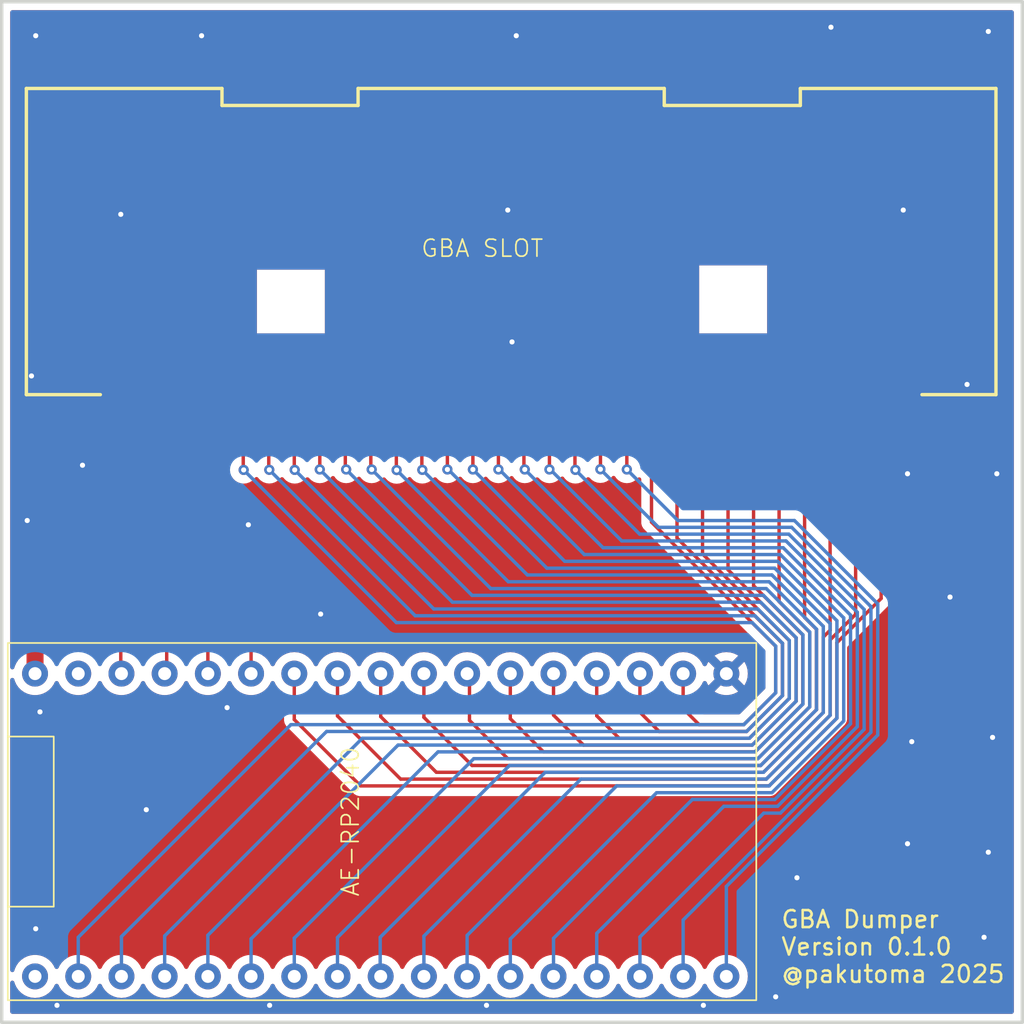
<source format=kicad_pcb>
(kicad_pcb (version 20240108) (generator "pcbnew") (generator_version "8.0")
  (layers (0 "F.Cu" signal) (31 "B.Cu" signal) (34 "B.Paste" user) (35 "F.Paste" user) (36 "B.SilkS" user "B.Silkscreen") (37 "F.SilkS" user "F.Silkscreen") (38 "B.Mask" user) (39 "F.Mask" user) (44 "Edge.Cuts" user))
  (net 0 "")
  (net 1 "Net-(U1-GPIO17)")
  (net 2 "Net-(U1-GPIO11)")
  (net 3 "Net-(U1-GPIO19)")
  (net 4 "Net-(U1-GPIO26)")
  (net 5 "Net-(U1-GPIO14)")
  (net 6 "Net-(U1-GPIO1)")
  (net 7 "Net-(U1-GPIO7)")
  (net 8 "Net-(U1-GPIO23)")
  (net 9 "Net-(U1-GPIO20)")
  (net 10 "Net-(U1-GPIO24)")
  (net 11 "Net-(U1-GPIO3)")
  (net 12 "Net-(U1-GPIO18)")
  (net 13 "Net-(U1-GPIO13)")
  (net 14 "Net-(U1-GPIO8)")
  (net 15 "Net-(U1-GPIO2)")
  (net 16 "Net-(U1-GPIO4)")
  (net 17 "Net-(U1-GPIO28)")
  (net 18 "Net-(U1-GPIO29)")
  (net 19 "Net-(U1-GPIO5)")
  (net 20 "Net-(U1-GPIO9)")
  (net 22 "Net-(U1-GPIO27)")
  (net 23 "Net-(U1-GPIO16)")
  (net 25 "Net-(U1-GPIO0)")
  (net 26 "Net-(U1-GPIO21)")
  (net 27 "Net-(U1-GPIO25)")
  (net 28 "Net-(U1-GPIO22)")
  (net 29 "Net-(U1-GPIO10)")
  (net 30 "Net-(U1-GPIO6)")
  (net 31 "Net-(U1-GPIO12)")
  (net 32 "Net-(U1-GPIO15)")
  (net 33 "Net-(U2-GND)")
  (net 34 "Net-(U1-+3.3V)")
  (footprint "gba-dumper:GBA_cartridge" (layer "F.Cu") (at 149 89.25)
    (property "Reference" "GBA SLOT" (at -0.25 1 0) (layer "F.SilkS") (effects (font (thickness 0.1))))
    (property "Value" "AGB SLOT" (hide yes))
    (fp_line (start -27.05 -8.4) (end -15.55 -8.4) (stroke (width 0.2)) (layer "F.SilkS"))
    (fp_line (start -27.05 9.6) (end -27.05 -8.4) (stroke (width 0.2)) (layer "F.SilkS"))
    (fp_line (start -22.7 9.6) (end -27.05 9.6) (stroke (width 0.2)) (layer "F.SilkS"))
    (fp_line (start -15.55 -8.4) (end -15.55 -7.4) (stroke (width 0.2)) (layer "F.SilkS"))
    (fp_line (start -15.55 -7.4) (end -7.55 -7.4) (stroke (width 0.2)) (layer "F.SilkS"))
    (fp_line (start -7.55 -8.4) (end 10.45 -8.4) (stroke (width 0.2)) (layer "F.SilkS"))
    (fp_line (start -7.55 -7.4) (end -7.55 -8.4) (stroke (width 0.2)) (layer "F.SilkS"))
    (fp_line (start 10.45 -8.4) (end 10.45 -7.4) (stroke (width 0.2)) (layer "F.SilkS"))
    (fp_line (start 10.45 -7.4) (end 18.45 -7.4) (stroke (width 0.2)) (layer "F.SilkS"))
    (fp_line (start 18.45 -8.4) (end 29.95 -8.4) (stroke (width 0.2)) (layer "F.SilkS"))
    (fp_line (start 18.45 -7.4) (end 18.45 -8.4) (stroke (width 0.2)) (layer "F.SilkS"))
    (fp_line (start 29.95 -8.4) (end 29.95 9.6) (stroke (width 0.2)) (layer "F.SilkS"))
    (fp_line (start 29.95 9.6) (end 25.6 9.6) (stroke (width 0.2)) (layer "F.SilkS"))
    (pad "" smd rect (at -11.55 -9.5) (size 6 3.5) (layers "F.Cu" "F.Paste" "F.Mask"))
    (pad "" np_thru_hole circle (at -11.55 4.1) (size 1 1) (drill 2.5) (layers "F&B.Cu" "*.Mask"))
    (pad "" smd rect (at 14.45 -9.5) (size 6 3.5) (layers "F.Cu" "F.Paste" "F.Mask"))
    (pad "" np_thru_hole circle (at 14.45 4.1) (size 1 1) (drill 2.5) (layers "F&B.Cu" "*.Mask"))
    (pad "1" smd rect (at -21.8 11.1) (size 1 3) (layers "F.Cu" "F.Paste" "F.Mask") (net 34 "Net-(U1-+3.3V)"))
    (pad "2" smd rect (at -20.3 11.1) (size 1 3) (layers "F.Cu" "F.Paste" "F.Mask") (net 18 "Net-(U1-GPIO29)"))
    (pad "3" smd rect (at -18.8 11.1) (size 1 3) (layers "F.Cu" "F.Paste" "F.Mask") (net 17 "Net-(U1-GPIO28)"))
    (pad "4" smd rect (at -17.3 11.1) (size 1 3) (layers "F.Cu" "F.Paste" "F.Mask") (net 22 "Net-(U1-GPIO27)"))
    (pad "5" smd rect (at -15.8 11.1) (size 1 3) (layers "F.Cu" "F.Paste" "F.Mask") (net 4 "Net-(U1-GPIO26)"))
    (pad "6" smd rect (at -14.3 11.1) (size 1 3) (layers "F.Cu" "F.Paste" "F.Mask") (net 25 "Net-(U1-GPIO0)"))
    (pad "7" smd rect (at -12.8 11.1) (size 1 3) (layers "F.Cu" "F.Paste" "F.Mask") (net 6 "Net-(U1-GPIO1)"))
    (pad "8" smd rect (at -11.3 11.1) (size 1 3) (layers "F.Cu" "F.Paste" "F.Mask") (net 15 "Net-(U1-GPIO2)"))
    (pad "9" smd rect (at -9.8 11.1) (size 1 3) (layers "F.Cu" "F.Paste" "F.Mask") (net 11 "Net-(U1-GPIO3)"))
    (pad "10" smd rect (at -8.3 11.1) (size 1 3) (layers "F.Cu" "F.Paste" "F.Mask") (net 16 "Net-(U1-GPIO4)"))
    (pad "11" smd rect (at -6.8 11.1) (size 1 3) (layers "F.Cu" "F.Paste" "F.Mask") (net 19 "Net-(U1-GPIO5)"))
    (pad "12" smd rect (at -5.3 11.1) (size 1 3) (layers "F.Cu" "F.Paste" "F.Mask") (net 30 "Net-(U1-GPIO6)"))
    (pad "13" smd rect (at -3.8 11.1) (size 1 3) (layers "F.Cu" "F.Paste" "F.Mask") (net 7 "Net-(U1-GPIO7)"))
    (pad "14" smd rect (at -2.3 11.1) (size 1 3) (layers "F.Cu" "F.Paste" "F.Mask") (net 14 "Net-(U1-GPIO8)"))
    (pad "15" smd rect (at -0.8 11.1) (size 1 3) (layers "F.Cu" "F.Paste" "F.Mask") (net 20 "Net-(U1-GPIO9)"))
    (pad "16" smd rect (at 0.7 11.1) (size 1 3) (layers "F.Cu" "F.Paste" "F.Mask") (net 29 "Net-(U1-GPIO10)"))
    (pad "17" smd rect (at 2.2 11.1) (size 1 3) (layers "F.Cu" "F.Paste" "F.Mask") (net 2 "Net-(U1-GPIO11)"))
    (pad "18" smd rect (at 3.7 11.1) (size 1 3) (layers "F.Cu" "F.Paste" "F.Mask") (net 31 "Net-(U1-GPIO12)"))
    (pad "19" smd rect (at 5.2 11.1) (size 1 3) (layers "F.Cu" "F.Paste" "F.Mask") (net 13 "Net-(U1-GPIO13)"))
    (pad "20" smd rect (at 6.7 11.1) (size 1 3) (layers "F.Cu" "F.Paste" "F.Mask") (net 5 "Net-(U1-GPIO14)"))
    (pad "21" smd rect (at 8.2 11.1) (size 1 3) (layers "F.Cu" "F.Paste" "F.Mask") (net 32 "Net-(U1-GPIO15)"))
    (pad "22" smd rect (at 9.7 11.1) (size 1 3) (layers "F.Cu" "F.Paste" "F.Mask") (net 23 "Net-(U1-GPIO16)"))
    (pad "23" smd rect (at 11.2 11.1) (size 1 3) (layers "F.Cu" "F.Paste" "F.Mask") (net 1 "Net-(U1-GPIO17)"))
    (pad "24" smd rect (at 12.7 11.1) (size 1 3) (layers "F.Cu" "F.Paste" "F.Mask") (net 12 "Net-(U1-GPIO18)"))
    (pad "25" smd rect (at 14.2 11.1) (size 1 3) (layers "F.Cu" "F.Paste" "F.Mask") (net 3 "Net-(U1-GPIO19)"))
    (pad "26" smd rect (at 15.7 11.1) (size 1 3) (layers "F.Cu" "F.Paste" "F.Mask") (net 9 "Net-(U1-GPIO20)"))
    (pad "27" smd rect (at 17.2 11.1) (size 1 3) (layers "F.Cu" "F.Paste" "F.Mask") (net 26 "Net-(U1-GPIO21)"))
    (pad "28" smd rect (at 18.7 11.1) (size 1 3) (layers "F.Cu" "F.Paste" "F.Mask") (net 28 "Net-(U1-GPIO22)"))
    (pad "29" smd rect (at 20.2 11.1) (size 1 3) (layers "F.Cu" "F.Paste" "F.Mask") (net 8 "Net-(U1-GPIO23)"))
    (pad "30" smd rect (at 21.7 11.1) (size 1 3) (layers "F.Cu" "F.Paste" "F.Mask") (net 10 "Net-(U1-GPIO24)"))
    (pad "31" smd rect (at 23.2 11.1) (size 1 3) (layers "F.Cu" "F.Paste" "F.Mask") (net 27 "Net-(U1-GPIO25)"))
    (pad "32" smd rect (at 24.7 11.1) (size 1 3) (layers "F.Cu" "F.Paste" "F.Mask") (net 33 "Net-(U2-GND)"))
  )
  (footprint "gba-dumper:AE-RP2040" (layer "F.Cu") (at 143.16 123.95 90)
    (property "Reference" "AE-RP2040" (at 0 -2.16 90) (layer "F.SilkS") (effects (font (thickness 0.1))))
    (property "Value" "AE-RP2040" (hide yes))
    (fp_rect (start -5 -22.3) (end 5 -19.6) (stroke (width 0.1)) (fill none) (layer "F.SilkS"))
    (fp_rect (start -10.5 -22.3) (end 10.5 21.7) (stroke (width 0.1)) (fill none) (layer "F.SilkS"))
    (pad "1" thru_hole circle (at -9.1 -20.7 90) (size 1.524 1.524) (drill 0.762) (layers "*.Cu" "*.Mask"))
    (pad "2" thru_hole circle (at -9.1 -18.16 90) (size 1.524 1.524) (drill 0.762) (layers "*.Cu" "*.Mask") (net 25 "Net-(U1-GPIO0)"))
    (pad "3" thru_hole circle (at -9.1 -15.62 90) (size 1.524 1.524) (drill 0.762) (layers "*.Cu" "*.Mask") (net 6 "Net-(U1-GPIO1)"))
    (pad "4" thru_hole circle (at -9.1 -13.08 90) (size 1.524 1.524) (drill 0.762) (layers "*.Cu" "*.Mask") (net 15 "Net-(U1-GPIO2)"))
    (pad "5" thru_hole circle (at -9.1 -10.54 90) (size 1.524 1.524) (drill 0.762) (layers "*.Cu" "*.Mask") (net 11 "Net-(U1-GPIO3)"))
    (pad "6" thru_hole circle (at -9.1 -8 90) (size 1.524 1.524) (drill 0.762) (layers "*.Cu" "*.Mask") (net 16 "Net-(U1-GPIO4)"))
    (pad "7" thru_hole circle (at -9.1 -5.46 90) (size 1.524 1.524) (drill 0.762) (layers "*.Cu" "*.Mask") (net 19 "Net-(U1-GPIO5)"))
    (pad "8" thru_hole circle (at -9.1 -2.92 90) (size 1.524 1.524) (drill 0.762) (layers "*.Cu" "*.Mask") (net 30 "Net-(U1-GPIO6)"))
    (pad "9" thru_hole circle (at -9.1 -0.38 90) (size 1.524 1.524) (drill 0.762) (layers "*.Cu" "*.Mask") (net 7 "Net-(U1-GPIO7)"))
    (pad "10" thru_hole circle (at -9.1 2.16 90) (size 1.524 1.524) (drill 0.762) (layers "*.Cu" "*.Mask") (net 14 "Net-(U1-GPIO8)"))
    (pad "11" thru_hole circle (at -9.1 4.7 90) (size 1.524 1.524) (drill 0.762) (layers "*.Cu" "*.Mask") (net 20 "Net-(U1-GPIO9)"))
    (pad "12" thru_hole circle (at -9.1 7.24 90) (size 1.524 1.524) (drill 0.762) (layers "*.Cu" "*.Mask") (net 29 "Net-(U1-GPIO10)"))
    (pad "13" thru_hole circle (at -9.1 9.78 90) (size 1.524 1.524) (drill 0.762) (layers "*.Cu" "*.Mask") (net 2 "Net-(U1-GPIO11)"))
    (pad "14" thru_hole circle (at -9.1 12.32 90) (size 1.524 1.524) (drill 0.762) (layers "*.Cu" "*.Mask") (net 31 "Net-(U1-GPIO12)"))
    (pad "15" thru_hole circle (at -9.1 14.86 90) (size 1.524 1.524) (drill 0.762) (layers "*.Cu" "*.Mask") (net 13 "Net-(U1-GPIO13)"))
    (pad "16" thru_hole circle (at -9.1 17.4 90) (size 1.524 1.524) (drill 0.762) (layers "*.Cu" "*.Mask") (net 5 "Net-(U1-GPIO14)"))
    (pad "17" thru_hole circle (at -9.1 19.94 90) (size 1.524 1.524) (drill 0.762) (layers "*.Cu" "*.Mask") (net 32 "Net-(U1-GPIO15)"))
    (pad "18" thru_hole circle (at 8.7 19.94 90) (size 1.524 1.524) (drill 0.762) (layers "*.Cu" "*.Mask") (net 33 "Net-(U2-GND)"))
    (pad "19" thru_hole circle (at 8.7 17.4 90) (size 1.524 1.524) (drill 0.762) (layers "*.Cu" "*.Mask") (net 23 "Net-(U1-GPIO16)"))
    (pad "20" thru_hole circle (at 8.7 14.86 90) (size 1.524 1.524) (drill 0.762) (layers "*.Cu" "*.Mask") (net 1 "Net-(U1-GPIO17)"))
    (pad "21" thru_hole circle (at 8.7 12.32 90) (size 1.524 1.524) (drill 0.762) (layers "*.Cu" "*.Mask") (net 12 "Net-(U1-GPIO18)"))
    (pad "22" thru_hole circle (at 8.7 9.78 90) (size 1.524 1.524) (drill 0.762) (layers "*.Cu" "*.Mask") (net 3 "Net-(U1-GPIO19)"))
    (pad "23" thru_hole circle (at 8.7 7.24 90) (size 1.524 1.524) (drill 0.762) (layers "*.Cu" "*.Mask") (net 9 "Net-(U1-GPIO20)"))
    (pad "24" thru_hole circle (at 8.7 4.7 90) (size 1.524 1.524) (drill 0.762) (layers "*.Cu" "*.Mask") (net 26 "Net-(U1-GPIO21)"))
    (pad "25" thru_hole circle (at 8.7 2.16 90) (size 1.524 1.524) (drill 0.762) (layers "*.Cu" "*.Mask") (net 28 "Net-(U1-GPIO22)"))
    (pad "26" thru_hole circle (at 8.7 -0.38 90) (size 1.524 1.524) (drill 0.762) (layers "*.Cu" "*.Mask") (net 8 "Net-(U1-GPIO23)"))
    (pad "27" thru_hole circle (at 8.7 -2.92 90) (size 1.524 1.524) (drill 0.762) (layers "*.Cu" "*.Mask") (net 10 "Net-(U1-GPIO24)"))
    (pad "28" thru_hole circle (at 8.7 -5.46 90) (size 1.524 1.524) (drill 0.762) (layers "*.Cu" "*.Mask") (net 27 "Net-(U1-GPIO25)"))
    (pad "29" thru_hole circle (at 8.7 -8 90) (size 1.524 1.524) (drill 0.762) (layers "*.Cu" "*.Mask") (net 4 "Net-(U1-GPIO26)"))
    (pad "30" thru_hole circle (at 8.7 -10.54 90) (size 1.524 1.524) (drill 0.762) (layers "*.Cu" "*.Mask") (net 22 "Net-(U1-GPIO27)"))
    (pad "31" thru_hole circle (at 8.7 -13.08 90) (size 1.524 1.524) (drill 0.762) (layers "*.Cu" "*.Mask") (net 17 "Net-(U1-GPIO28)"))
    (pad "32" thru_hole circle (at 8.7 -15.62 90) (size 1.524 1.524) (drill 0.762) (layers "*.Cu" "*.Mask") (net 18 "Net-(U1-GPIO29)"))
    (pad "33" thru_hole circle (at 8.7 -18.16 90) (size 1.524 1.524) (drill 0.762) (layers "*.Cu" "*.Mask"))
    (pad "34" thru_hole circle (at 8.7 -20.7 90) (size 1.524 1.524) (drill 0.762) (layers "*.Cu" "*.Mask") (net 34 "Net-(U1-+3.3V)"))
  )
  (gr_rect (start 120.5 75.75) (end 180.5 135.75) (stroke (width 0.2)) (fill none) (layer "Edge.Cuts"))
  (gr_text "GBA Dumper\nVersion 0.1.0\n@pakutoma 2025" (at 166.25 133.5 0) (layer "F.SilkS") (effects (font (size 1 1)) (justify left bottom)))
  (segment (start 160.2 107.27843) (end 160.2 100.35) (width 0.2) (layer "F.Cu") (net 1))
  (segment (start 166.399059 113.477489) (end 160.2 107.27843) (width 0.2) (layer "F.Cu") (net 1))
  (segment (start 158.02 115.25) (end 158.02 117.52) (width 0.2) (layer "F.Cu") (net 1))
  (segment (start 159.150814 118.650814) (end 164.289179 118.650814) (width 0.2) (layer "F.Cu") (net 1))
  (segment (start 166.399059 116.540933) (end 166.399059 113.477489) (width 0.2) (layer "F.Cu") (net 1))
  (segment (start 158.02 117.52) (end 159.150814 118.650814) (width 0.2) (layer "F.Cu") (net 1))
  (segment (start 164.289179 118.650814) (end 166.399059 116.540933) (width 0.2) (layer "F.Cu") (net 1))
  (segment (start 151.2 103.25) (end 151.2 100.35) (width 0.2) (layer "F.Cu") (net 2))
  (via (at 151.25 103.25) (size 0.6) (drill 0.3) (layers "F.Cu" "B.Cu") (net 2))
  (segment (start 166.441174 107.85) (end 170.4 111.808826) (width 0.2) (layer "B.Cu") (net 2))
  (segment (start 152.94 130.81) (end 152.94 133.05) (width 0.2) (layer "B.Cu") (net 2))
  (segment (start 161.1 122.65) (end 152.94 130.81) (width 0.2) (layer "B.Cu") (net 2))
  (segment (start 165.947546 122.65) (end 161.1 122.65) (width 0.2) (layer "B.Cu") (net 2))
  (segment (start 170.4 111.808826) (end 170.4 118.197546) (width 0.2) (layer "B.Cu") (net 2))
  (segment (start 170.4 118.197546) (end 165.947546 122.65) (width 0.2) (layer "B.Cu") (net 2))
  (segment (start 155.85 107.85) (end 166.441174 107.85) (width 0.2) (layer "B.Cu") (net 2))
  (segment (start 151.25 103.25) (end 155.85 107.85) (width 0.2) (layer "B.Cu") (net 2))
  (segment (start 164.620551 119.450814) (end 167.199059 116.872305) (width 0.2) (layer "F.Cu") (net 3))
  (segment (start 163.2 109.147058) (end 163.2 100.35) (width 0.2) (layer "F.Cu") (net 3))
  (segment (start 152.94 117.69) (end 154.700814 119.450814) (width 0.2) (layer "F.Cu") (net 3))
  (segment (start 167.199059 116.872305) (end 167.199059 113.146117) (width 0.2) (layer "F.Cu") (net 3))
  (segment (start 152.94 115.25) (end 152.94 117.69) (width 0.2) (layer "F.Cu") (net 3))
  (segment (start 154.700814 119.450814) (end 164.620551 119.450814) (width 0.2) (layer "F.Cu") (net 3))
  (segment (start 167.199059 113.146117) (end 163.2 109.147058) (width 0.2) (layer "F.Cu") (net 3))
  (segment (start 135.16 110.75) (end 135.16 115.25) (width 0.2) (layer "F.Cu") (net 4))
  (segment (start 133.2 100.35) (end 133.2 108.79) (width 0.2) (layer "F.Cu") (net 4))
  (segment (start 133.2 108.79) (end 135.16 110.75) (width 0.2) (layer "F.Cu") (net 4))
  (segment (start 155.7 103.25) (end 155.7 100.35) (width 0.2) (layer "F.Cu") (net 5))
  (via (at 155.695074 103.236164) (size 0.6) (drill 0.3) (layers "F.Cu" "B.Cu") (net 5))
  (segment (start 155.695074 103.236164) (end 155.695075 103.236164) (width 0.2) (layer "B.Cu") (net 5))
  (segment (start 171.544116 111.255884) (end 171.6 111.311768) (width 0.2) (layer "B.Cu") (net 5))
  (segment (start 171.6 118.694604) (end 160.56 129.734604) (width 0.2) (layer "B.Cu") (net 5))
  (segment (start 166.938232 106.65) (end 171.544116 111.255884) (width 0.2) (layer "B.Cu") (net 5))
  (segment (start 159.108911 106.65) (end 166.938232 106.65) (width 0.2) (layer "B.Cu") (net 5))
  (segment (start 155.695075 103.236164) (end 159.108911 106.65) (width 0.2) (layer "B.Cu") (net 5))
  (segment (start 160.56 129.734604) (end 160.56 133.05) (width 0.2) (layer "B.Cu") (net 5))
  (segment (start 171.6 111.311768) (end 171.6 118.694604) (width 0.2) (layer "B.Cu") (net 5))
  (segment (start 136.2 103.25) (end 136.2 100.35) (width 0.2) (layer "F.Cu") (net 6))
  (via (at 136.230426 103.269574) (size 0.6) (drill 0.3) (layers "F.Cu" "B.Cu") (net 6))
  (segment (start 127.54 130.71) (end 127.54 133.05) (width 0.2) (layer "B.Cu") (net 6))
  (segment (start 164.784314 111.85) (end 166.4 113.465686) (width 0.2) (layer "B.Cu") (net 6))
  (segment (start 139.6 118.65) (end 127.54 130.71) (width 0.2) (layer "B.Cu") (net 6))
  (segment (start 164.290686 118.65) (end 139.6 118.65) (width 0.2) (layer "B.Cu") (net 6))
  (segment (start 144.810852 111.85) (end 164.784314 111.85) (width 0.2) (layer "B.Cu") (net 6))
  (segment (start 166.4 116.540686) (end 164.290686 118.65) (width 0.2) (layer "B.Cu") (net 6))
  (segment (start 166.4 113.465686) (end 166.4 116.540686) (width 0.2) (layer "B.Cu") (net 6))
  (segment (start 136.230426 103.269574) (end 144.810852 111.85) (width 0.2) (layer "B.Cu") (net 6))
  (segment (start 145.2 100.35) (end 145.2 103.25) (width 0.2) (layer "F.Cu") (net 7))
  (via (at 145.226961 103.273039) (size 0.6) (drill 0.3) (layers "F.Cu" "B.Cu") (net 7))
  (segment (start 142.78 133.05) (end 142.75 133.02) (width 0.2) (layer "B.Cu") (net 7))
  (segment (start 145.226962 103.273039) (end 145.226961 103.273039) (width 0.2) (layer "B.Cu") (net 7))
  (segment (start 142.75 130.75) (end 152.45 121.05) (width 0.2) (layer "B.Cu") (net 7))
  (segment (start 165.284802 121.05) (end 168.8 117.534802) (width 0.2) (layer "B.Cu") (net 7))
  (segment (start 151.403923 109.45) (end 145.226962 103.273039) (width 0.2) (layer "B.Cu") (net 7))
  (segment (start 142.75 133.02) (end 142.75 130.75) (width 0.2) (layer "B.Cu") (net 7))
  (segment (start 165.77843 109.45) (end 151.403923 109.45) (width 0.2) (layer "B.Cu") (net 7))
  (segment (start 152.45 121.05) (end 165.284802 121.05) (width 0.2) (layer "B.Cu") (net 7))
  (segment (start 165.77843 109.45) (end 168.8 112.47157) (width 0.2) (layer "B.Cu") (net 7))
  (segment (start 145.226961 103.273039) (end 145.226961 103.273038) (width 0.2) (layer "B.Cu") (net 7))
  (segment (start 168.8 117.534802) (end 168.8 112.47157) (width 0.2) (layer "B.Cu") (net 7))
  (segment (start 168.799059 117.53505) (end 165.283295 121.050814) (width 0.2) (layer "F.Cu") (net 8))
  (segment (start 142.78 117.78) (end 142.78 115.25) (width 0.2) (layer "F.Cu") (net 8))
  (segment (start 169.2 112.7) (end 168.799059 113.100941) (width 0.2) (layer "F.Cu") (net 8))
  (segment (start 169.2 100.35) (end 169.2 112.7) (width 0.2) (layer "F.Cu") (net 8))
  (segment (start 168.799059 113.100941) (end 168.799059 117.53505) (width 0.2) (layer "F.Cu") (net 8))
  (segment (start 146.050814 121.050814) (end 142.78 117.78) (width 0.2) (layer "F.Cu") (net 8))
  (segment (start 165.283295 121.050814) (end 146.050814 121.050814) (width 0.2) (layer "F.Cu") (net 8))
  (segment (start 152.350814 119.850814) (end 164.786237 119.850814) (width 0.2) (layer "F.Cu") (net 9))
  (segment (start 150.4 115.25) (end 150.4 117.9) (width 0.2) (layer "F.Cu") (net 9))
  (segment (start 167.599059 117.037992) (end 167.599059 112.980431) (width 0.2) (layer "F.Cu") (net 9))
  (segment (start 164.7 110.081372) (end 164.7 100.35) (width 0.2) (layer "F.Cu") (net 9))
  (segment (start 164.786237 119.850814) (end 167.599059 117.037992) (width 0.2) (layer "F.Cu") (net 9))
  (segment (start 167.599059 112.980431) (end 164.7 110.081372) (width 0.2) (layer "F.Cu") (net 9))
  (segment (start 150.4 117.9) (end 152.350814 119.850814) (width 0.2) (layer "F.Cu") (net 9))
  (segment (start 165.448981 121.450814) (end 143.950814 121.450814) (width 0.2) (layer "F.Cu") (net 10))
  (segment (start 169.199059 117.700736) (end 165.448981 121.450814) (width 0.2) (layer "F.Cu") (net 10))
  (segment (start 143.950814 121.450814) (end 140.24 117.74) (width 0.2) (layer "F.Cu") (net 10))
  (segment (start 169.199059 113.266627) (end 169.199059 117.700736) (width 0.2) (layer "F.Cu") (net 10))
  (segment (start 140.24 117.74) (end 140.24 115.25) (width 0.2) (layer "F.Cu") (net 10))
  (segment (start 170.7 111.765686) (end 169.199059 113.266627) (width 0.2) (layer "F.Cu") (net 10))
  (segment (start 170.7 100.35) (end 170.7 111.765686) (width 0.2) (layer "F.Cu") (net 10))
  (segment (start 139.2 100.35) (end 139.2 103.25) (width 0.2) (layer "F.Cu") (net 11))
  (via (at 139.19847 103.25) (size 0.6) (drill 0.3) (layers "F.Cu" "B.Cu") (net 11))
  (segment (start 165.115686 111.05) (end 167.2 113.134314) (width 0.2) (layer "B.Cu") (net 11))
  (segment (start 146.99847 111.05) (end 165.115686 111.05) (width 0.2) (layer "B.Cu") (net 11))
  (segment (start 164.622058 119.45) (end 143.8 119.45) (width 0.2) (layer "B.Cu") (net 11))
  (segment (start 143.8 119.45) (end 132.62 130.63) (width 0.2) (layer "B.Cu") (net 11))
  (segment (start 164.622058 119.45) (end 167.2 116.872058) (width 0.2) (layer "B.Cu") (net 11))
  (segment (start 132.62 130.63) (end 132.62 133.05) (width 0.2) (layer "B.Cu") (net 11))
  (segment (start 139.19847 103.25) (end 146.99847 111.05) (width 0.2) (layer "B.Cu") (net 11))
  (segment (start 167.2 113.134314) (end 167.2 116.872058) (width 0.2) (layer "B.Cu") (net 11))
  (segment (start 164.454865 119.050814) (end 166.799059 116.70662) (width 0.2) (layer "F.Cu") (net 12))
  (segment (start 156.800814 119.050814) (end 164.454865 119.050814) (width 0.2) (layer "F.Cu") (net 12))
  (segment (start 166.799059 113.311803) (end 161.7 108.212744) (width 0.2) (layer "F.Cu") (net 12))
  (segment (start 155.48 117.73) (end 156.800814 119.050814) (width 0.2) (layer "F.Cu") (net 12))
  (segment (start 166.799059 116.70662) (end 166.799059 113.311803) (width 0.2) (layer "F.Cu") (net 12))
  (segment (start 155.48 115.25) (end 155.48 117.73) (width 0.2) (layer "F.Cu") (net 12))
  (segment (start 161.7 108.212744) (end 161.7 100.35) (width 0.2) (layer "F.Cu") (net 12))
  (segment (start 154.2 103.25) (end 154.2 100.35) (width 0.2) (layer "F.Cu") (net 13))
  (via (at 154.226642 103.273358) (size 0.6) (drill 0.3) (layers "F.Cu" "B.Cu") (net 13))
  (segment (start 166.772546 107.05) (end 171.2 111.477454) (width 0.2) (layer "B.Cu") (net 13))
  (segment (start 158.003284 107.05) (end 166.772546 107.05) (width 0.2) (layer "B.Cu") (net 13))
  (segment (start 165.3 123.45) (end 158.02 130.73) (width 0.2) (layer "B.Cu") (net 13))
  (segment (start 158.02 130.73) (end 158.02 133.05) (width 0.2) (layer "B.Cu") (net 13))
  (segment (start 171.2 118.528918) (end 166.278918 123.45) (width 0.2) (layer "B.Cu") (net 13))
  (segment (start 166.278918 123.45) (end 165.3 123.45) (width 0.2) (layer "B.Cu") (net 13))
  (segment (start 154.226642 103.273358) (end 158.003284 107.05) (width 0.2) (layer "B.Cu") (net 13))
  (segment (start 171.2 111.477454) (end 171.2 118.528918) (width 0.2) (layer "B.Cu") (net 13))
  (segment (start 146.7 100.35) (end 146.7 103.25) (width 0.2) (layer "F.Cu") (net 14))
  (via (at 146.7 103.25) (size 0.6) (drill 0.3) (layers "F.Cu" "B.Cu") (net 14))
  (segment (start 154.55 121.45) (end 165.450488 121.45) (width 0.2) (layer "B.Cu") (net 14))
  (segment (start 145.32 130.68) (end 154.55 121.45) (width 0.2) (layer "B.Cu") (net 14))
  (segment (start 165.944116 109.05) (end 152.55 109.05) (width 0.2) (layer "B.Cu") (net 14))
  (segment (start 145.32 133.05) (end 145.32 130.68) (width 0.2) (layer "B.Cu") (net 14))
  (segment (start 152.55 109.05) (end 146.75 103.25) (width 0.2) (layer "B.Cu") (net 14))
  (segment (start 169.2 112.305884) (end 165.944116 109.05) (width 0.2) (layer "B.Cu") (net 14))
  (segment (start 169.2 117.700488) (end 169.2 112.305884) (width 0.2) (layer "B.Cu") (net 14))
  (segment (start 165.450488 121.45) (end 169.2 117.700488) (width 0.2) (layer "B.Cu") (net 14))
  (segment (start 137.7 103.25) (end 137.7 100.35) (width 0.2) (layer "F.Cu") (net 15))
  (via (at 137.725491 103.274509) (size 0.6) (drill 0.3) (layers "F.Cu" "B.Cu") (net 15))
  (segment (start 145.900982 111.45) (end 164.95 111.45) (width 0.2) (layer "B.Cu") (net 15))
  (segment (start 166.8 113.3) (end 166.8 116.706372) (width 0.2) (layer "B.Cu") (net 15))
  (segment (start 130.08 130.67) (end 130.08 133.05) (width 0.2) (layer "B.Cu") (net 15))
  (segment (start 137.725491 103.274509) (end 145.900982 111.45) (width 0.2) (layer "B.Cu") (net 15))
  (segment (start 141.7 119.05) (end 130.08 130.67) (width 0.2) (layer "B.Cu") (net 15))
  (segment (start 166.8 116.706372) (end 164.456372 119.05) (width 0.2) (layer "B.Cu") (net 15))
  (segment (start 164.95 111.45) (end 166.8 113.3) (width 0.2) (layer "B.Cu") (net 15))
  (segment (start 164.456372 119.05) (end 141.7 119.05) (width 0.2) (layer "B.Cu") (net 15))
  (segment (start 140.7 103.25) (end 140.7 100.35) (width 0.2) (layer "F.Cu") (net 16))
  (via (at 140.75 103.25) (size 0.6) (drill 0.3) (layers "F.Cu" "B.Cu") (net 16))
  (segment (start 164.787744 119.85) (end 146.15 119.85) (width 0.2) (layer "B.Cu") (net 16))
  (segment (start 165.281372 110.65) (end 167.6 112.968628) (width 0.2) (layer "B.Cu") (net 16))
  (segment (start 146.15 119.85) (end 135.16 130.84) (width 0.2) (layer "B.Cu") (net 16))
  (segment (start 148.15 110.65) (end 165.281372 110.65) (width 0.2) (layer "B.Cu") (net 16))
  (segment (start 167.6 117.037744) (end 164.787744 119.85) (width 0.2) (layer "B.Cu") (net 16))
  (segment (start 140.75 103.25) (end 148.15 110.65) (width 0.2) (layer "B.Cu") (net 16))
  (segment (start 167.6 112.968628) (end 167.6 117.037744) (width 0.2) (layer "B.Cu") (net 16))
  (segment (start 135.16 130.84) (end 135.16 133.05) (width 0.2) (layer "B.Cu") (net 16))
  (segment (start 130.2 115.13) (end 130.08 115.25) (width 0.2) (layer "F.Cu") (net 17))
  (segment (start 130.2 100.35) (end 130.2 115.13) (width 0.2) (layer "F.Cu") (net 17))
  (segment (start 128.7 100.35) (end 128.7 109.55) (width 0.2) (layer "F.Cu") (net 18))
  (segment (start 128.7 109.55) (end 127.5 110.75) (width 0.2) (layer "F.Cu") (net 18))
  (segment (start 127.5 110.75) (end 127.5 115.21) (width 0.2) (layer "F.Cu") (net 18))
  (segment (start 127.5 115.21) (end 127.54 115.25) (width 0.2) (layer "F.Cu") (net 18))
  (segment (start 142.2 103.25) (end 142.2 100.35) (width 0.2) (layer "F.Cu") (net 19))
  (via (at 142.25 103.25) (size 0.6) (drill 0.3) (layers "F.Cu" "B.Cu") (net 19))
  (segment (start 168 112.802942) (end 168 117.20343) (width 0.2) (layer "B.Cu") (net 19))
  (segment (start 165.447058 110.25) (end 168 112.802942) (width 0.2) (layer "B.Cu") (net 19))
  (segment (start 142.25 103.25) (end 149.25 110.25) (width 0.2) (layer "B.Cu") (net 19))
  (segment (start 149.25 110.25) (end 165.447058 110.25) (width 0.2) (layer "B.Cu") (net 19))
  (segment (start 137.7 130.8) (end 137.7 133.05) (width 0.2) (layer "B.Cu") (net 19))
  (segment (start 148.25 120.25) (end 137.7 130.8) (width 0.2) (layer "B.Cu") (net 19))
  (segment (start 164.95343 120.25) (end 148.25 120.25) (width 0.2) (layer "B.Cu") (net 19))
  (segment (start 168 117.20343) (end 164.95343 120.25) (width 0.2) (layer "B.Cu") (net 19))
  (segment (start 148.2 100.35) (end 148.2 103.25) (width 0.2) (layer "F.Cu") (net 20))
  (via (at 148.2 103.25) (size 0.6) (drill 0.3) (layers "F.Cu" "B.Cu") (net 20))
  (segment (start 166.109802 108.65) (end 153.600735 108.65) (width 0.2) (layer "B.Cu") (net 20))
  (segment (start 165.616174 121.85) (end 169.6 117.866174) (width 0.2) (layer "B.Cu") (net 20))
  (segment (start 153.600735 108.65) (end 148.25 103.299265) (width 0.2) (layer "B.Cu") (net 20))
  (segment (start 147.86 133.05) (end 147.86 130.64) (width 0.2) (layer "B.Cu") (net 20))
  (segment (start 147.86 130.64) (end 156.65 121.85) (width 0.2) (layer "B.Cu") (net 20))
  (segment (start 156.65 121.85) (end 165.616174 121.85) (width 0.2) (layer "B.Cu") (net 20))
  (segment (start 169.6 112.140198) (end 166.109802 108.65) (width 0.2) (layer "B.Cu") (net 20))
  (segment (start 169.6 117.866174) (end 169.6 112.140198) (width 0.2) (layer "B.Cu") (net 20))
  (segment (start 132.62 110.75) (end 132.62 115.25) (width 0.2) (layer "F.Cu") (net 22))
  (segment (start 131.7 100.35) (end 131.7 109.83) (width 0.2) (layer "F.Cu") (net 22))
  (segment (start 131.7 109.83) (end 132.62 110.75) (width 0.2) (layer "F.Cu") (net 22))
  (segment (start 161.500814 118.250814) (end 160.56 117.31) (width 0.2) (layer "F.Cu") (net 23))
  (segment (start 164.123493 118.250814) (end 161.500814 118.250814) (width 0.2) (layer "F.Cu") (net 23))
  (segment (start 160.56 117.31) (end 160.56 115.25) (width 0.2) (layer "F.Cu") (net 23))
  (segment (start 158.7 100.35) (end 158.7 106.344116) (width 0.2) (layer "F.Cu") (net 23))
  (segment (start 165.999059 113.643175) (end 165.999059 116.375248) (width 0.2) (layer "F.Cu") (net 23))
  (segment (start 165.999059 116.375248) (end 164.123493 118.250814) (width 0.2) (layer "F.Cu") (net 23))
  (segment (start 158.7 106.344116) (end 165.999059 113.643175) (width 0.2) (layer "F.Cu") (net 23))
  (segment (start 134.7 100.35) (end 134.7 103.25) (width 0.2) (layer "F.Cu") (net 25))
  (via (at 134.724601 103.275399) (size 0.6) (drill 0.3) (layers "F.Cu" "B.Cu") (net 25))
  (segment (start 164.125 118.25) (end 137.5 118.25) (width 0.2) (layer "B.Cu") (net 25))
  (segment (start 164.618628 112.25) (end 166 113.631372) (width 0.2) (layer "B.Cu") (net 25))
  (segment (start 166 116.375) (end 164.125 118.25) (width 0.2) (layer "B.Cu") (net 25))
  (segment (start 137.5 118.25) (end 125 130.75) (width 0.2) (layer "B.Cu") (net 25))
  (segment (start 166 113.631372) (end 166 116.375) (width 0.2) (layer "B.Cu") (net 25))
  (segment (start 134.724601 103.275399) (end 143.699202 112.25) (width 0.2) (layer "B.Cu") (net 25))
  (segment (start 143.699202 112.25) (end 164.618628 112.25) (width 0.2) (layer "B.Cu") (net 25))
  (segment (start 125 130.75) (end 125 133.05) (width 0.2) (layer "B.Cu") (net 25))
  (segment (start 148 118) (end 150.250814 120.250814) (width 0.2) (layer "F.Cu") (net 26))
  (segment (start 167.999059 112.814745) (end 166.2 111.015686) (width 0.2) (layer "F.Cu") (net 26))
  (segment (start 147.86 115.25) (end 148 115.39) (width 0.2) (layer "F.Cu") (net 26))
  (segment (start 150.250814 120.250814) (end 164.951923 120.250814) (width 0.2) (layer "F.Cu") (net 26))
  (segment (start 166.2 111.015686) (end 166.2 100.35) (width 0.2) (layer "F.Cu") (net 26))
  (segment (start 167.999059 117.203678) (end 167.999059 112.814745) (width 0.2) (layer "F.Cu") (net 26))
  (segment (start 164.951923 120.250814) (end 167.999059 117.203678) (width 0.2) (layer "F.Cu") (net 26))
  (segment (start 148 115.39) (end 148 118) (width 0.2) (layer "F.Cu") (net 26))
  (segment (start 141.600814 121.850814) (end 165.614667 121.850814) (width 0.2) (layer "F.Cu") (net 27))
  (segment (start 172.2 110.831372) (end 172.2 100.35) (width 0.2) (layer "F.Cu") (net 27))
  (segment (start 169.599059 117.866422) (end 169.599059 113.432313) (width 0.2) (layer "F.Cu") (net 27))
  (segment (start 137.7 115.25) (end 137.7 117.95) (width 0.2) (layer "F.Cu") (net 27))
  (segment (start 169.599059 113.432313) (end 172.2 110.831372) (width 0.2) (layer "F.Cu") (net 27))
  (segment (start 165.614667 121.850814) (end 169.599059 117.866422) (width 0.2) (layer "F.Cu") (net 27))
  (segment (start 137.7 117.95) (end 141.600814 121.850814) (width 0.2) (layer "F.Cu") (net 27))
  (segment (start 168.399059 112.649059) (end 167.7 111.95) (width 0.2) (layer "F.Cu") (net 28))
  (segment (start 145.32 115.25) (end 145.32 117.82) (width 0.2) (layer "F.Cu") (net 28))
  (segment (start 167.7 111.95) (end 167.7 100.35) (width 0.2) (layer "F.Cu") (net 28))
  (segment (start 168.399059 117.369364) (end 168.399059 112.649059) (width 0.2) (layer "F.Cu") (net 28))
  (segment (start 165.117609 120.650814) (end 168.399059 117.369364) (width 0.2) (layer "F.Cu") (net 28))
  (segment (start 148.150814 120.650814) (end 165.117609 120.650814) (width 0.2) (layer "F.Cu") (net 28))
  (segment (start 145.32 117.82) (end 148.150814 120.650814) (width 0.2) (layer "F.Cu") (net 28))
  (segment (start 149.7 103.25) (end 149.7 100.35) (width 0.2) (layer "F.Cu") (net 29))
  (via (at 149.7 103.25) (size 0.6) (drill 0.3) (layers "F.Cu" "B.Cu") (net 29))
  (segment (start 159 122.25) (end 150.4 130.85) (width 0.2) (layer "B.Cu") (net 29))
  (segment (start 166.275488 108.25) (end 170 111.974512) (width 0.2) (layer "B.Cu") (net 29))
  (segment (start 149.75 103.25) (end 154.75 108.25) (width 0.2) (layer "B.Cu") (net 29))
  (segment (start 154.75 108.25) (end 166.275488 108.25) (width 0.2) (layer "B.Cu") (net 29))
  (segment (start 170 118.03186) (end 165.78186 122.25) (width 0.2) (layer "B.Cu") (net 29))
  (segment (start 165.78186 122.25) (end 159 122.25) (width 0.2) (layer "B.Cu") (net 29))
  (segment (start 150.4 130.85) (end 150.4 133.05) (width 0.2) (layer "B.Cu") (net 29))
  (segment (start 170 111.974512) (end 170 118.03186) (width 0.2) (layer "B.Cu") (net 29))
  (segment (start 143.7 103.25) (end 143.7 100.35) (width 0.2) (layer "F.Cu") (net 30))
  (via (at 143.71627 103.28373) (size 0.6) (drill 0.3) (layers "F.Cu" "B.Cu") (net 30))
  (segment (start 168.4 112.637256) (end 168.4 117.369116) (width 0.2) (layer "B.Cu") (net 30))
  (segment (start 143.716271 103.28373) (end 150.282541 109.85) (width 0.2) (layer "B.Cu") (net 30))
  (segment (start 150.35 120.65) (end 140.24 130.76) (width 0.2) (layer "B.Cu") (net 30))
  (segment (start 150.282541 109.85) (end 165.612744 109.85) (width 0.2) (layer "B.Cu") (net 30))
  (segment (start 140.24 130.76) (end 140.24 133.05) (width 0.2) (layer "B.Cu") (net 30))
  (segment (start 165.119116 120.65) (end 150.35 120.65) (width 0.2) (layer "B.Cu") (net 30))
  (segment (start 165.119116 120.65) (end 168.4 117.369116) (width 0.2) (layer "B.Cu") (net 30))
  (segment (start 143.71627 103.28373) (end 143.716271 103.28373) (width 0.2) (layer "B.Cu") (net 30))
  (segment (start 165.612744 109.85) (end 168.4 112.637256) (width 0.2) (layer "B.Cu") (net 30))
  (segment (start 152.7 103.25) (end 152.7 100.35) (width 0.2) (layer "F.Cu") (net 31))
  (via (at 152.7 103.25) (size 0.6) (drill 0.3) (layers "F.Cu" "B.Cu") (net 31))
  (segment (start 155.48 130.52) (end 155.48 133.05) (width 0.2) (layer "B.Cu") (net 31))
  (segment (start 166.113232 123.05) (end 162.95 123.05) (width 0.2) (layer "B.Cu") (net 31))
  (segment (start 170.8 111.64314) (end 170.8 118.363232) (width 0.2) (layer "B.Cu") (net 31))
  (segment (start 152.75 103.25) (end 156.95 107.45) (width 0.2) (layer "B.Cu") (net 31))
  (segment (start 156.95 107.45) (end 166.60686 107.45) (width 0.2) (layer "B.Cu") (net 31))
  (segment (start 162.95 123.05) (end 155.48 130.52) (width 0.2) (layer "B.Cu") (net 31))
  (segment (start 170.8 118.363232) (end 166.113232 123.05) (width 0.2) (layer "B.Cu") (net 31))
  (segment (start 166.60686 107.45) (end 170.8 111.64314) (width 0.2) (layer "B.Cu") (net 31))
  (segment (start 157.25 100.4) (end 157.2 100.35) (width 0.2) (layer "F.Cu") (net 32))
  (segment (start 157.25 103.25) (end 157.25 100.4) (width 0.2) (layer "F.Cu") (net 32))
  (via (at 157.25 103.25) (size 0.6) (drill 0.3) (layers "F.Cu" "B.Cu") (net 32))
  (segment (start 167.103917 106.25) (end 172 111.146083) (width 0.2) (layer "B.Cu") (net 32))
  (segment (start 160.25 106.25) (end 167.103917 106.25) (width 0.2) (layer "B.Cu") (net 32))
  (segment (start 172 111.146083) (end 172 118.86029) (width 0.2) (layer "B.Cu") (net 32))
  (segment (start 157.25 103.25) (end 160.25 106.25) (width 0.2) (layer "B.Cu") (net 32))
  (segment (start 172 118.86029) (end 163.1 127.76029) (width 0.2) (layer "B.Cu") (net 32))
  (segment (start 163.1 127.76029) (end 163.1 133.05) (width 0.2) (layer "B.Cu") (net 32))
  (via (at 179 103.5) (size 0.6) (drill 0.3) (layers "F.Cu" "B.Cu") (net 33))
  (via (at 150.75 77.75) (size 0.6) (drill 0.3) (layers "F.Cu" "B.Cu") (net 33))
  (via (at 166 134.25) (size 0.6) (drill 0.3) (layers "F.Cu" "B.Cu") (net 33))
  (via (at 139.25 111.75) (size 0.6) (drill 0.3) (layers "F.Cu" "B.Cu") (net 33))
  (via (at 122.5 77.75) (size 0.6) (drill 0.3) (layers "F.Cu" "B.Cu") (net 33))
  (via (at 161.75 134.75) (size 0.6) (drill 0.3) (layers "F.Cu" "B.Cu") (net 33))
  (via (at 122.75 117.5) (size 0.6) (drill 0.3) (layers "F.Cu" "B.Cu") (net 33))
  (via (at 177.25 98.25) (size 0.6) (drill 0.3) (layers "F.Cu" "B.Cu") (net 33))
  (via (at 122 106.25) (size 0.6) (drill 0.3) (layers "F.Cu" "B.Cu") (net 33))
  (via (at 173.75 103.5) (size 0.6) (drill 0.3) (layers "F.Cu" "B.Cu") (net 33))
  (via (at 149 134.75) (size 0.6) (drill 0.3) (layers "F.Cu" "B.Cu") (net 33))
  (via (at 129 123.25) (size 0.6) (drill 0.3) (layers "F.Cu" "B.Cu") (net 33))
  (via (at 178.5 77.5) (size 0.6) (drill 0.3) (layers "F.Cu" "B.Cu") (net 33))
  (via (at 174 119.25) (size 0.6) (drill 0.3) (layers "F.Cu" "B.Cu") (net 33))
  (via (at 122.25 97.75) (size 0.6) (drill 0.3) (layers "F.Cu" "B.Cu") (net 33))
  (via (at 125.25 103) (size 0.6) (drill 0.3) (layers "F.Cu" "B.Cu") (net 33))
  (via (at 167.25 127.25) (size 0.6) (drill 0.3) (layers "F.Cu" "B.Cu") (net 33))
  (via (at 123.75 134.75) (size 0.6) (drill 0.3) (layers "F.Cu" "B.Cu") (net 33))
  (via (at 135 106.5) (size 0.6) (drill 0.3) (layers "F.Cu" "B.Cu") (net 33))
  (via (at 150.5 95.75) (size 0.6) (drill 0.3) (layers "F.Cu" "B.Cu") (net 33))
  (via (at 133.75 117.25) (size 0.6) (drill 0.3) (layers "F.Cu" "B.Cu") (net 33))
  (via (at 169.25 77.25) (size 0.6) (drill 0.3) (layers "F.Cu" "B.Cu") (net 33))
  (via (at 127.5 88.25) (size 0.6) (drill 0.3) (layers "F.Cu" "B.Cu") (net 33))
  (via (at 178.25 130.75) (size 0.6) (drill 0.3) (layers "F.Cu" "B.Cu") (net 33))
  (via (at 178.5 125.75) (size 0.6) (drill 0.3) (layers "F.Cu" "B.Cu") (net 33))
  (via (at 176.25 110.75) (size 0.6) (drill 0.3) (layers "F.Cu" "B.Cu") (net 33))
  (via (at 178.75 119) (size 0.6) (drill 0.3) (layers "F.Cu" "B.Cu") (net 33))
  (via (at 122.5 130.25) (size 0.6) (drill 0.3) (layers "F.Cu" "B.Cu") (net 33))
  (via (at 150.25 88) (size 0.6) (drill 0.3) (layers "F.Cu" "B.Cu") (net 33))
  (via (at 173.5 88) (size 0.6) (drill 0.3) (layers "F.Cu" "B.Cu") (net 33))
  (via (at 132.25 77.75) (size 0.6) (drill 0.3) (layers "F.Cu" "B.Cu") (net 33))
  (via (at 173.75 125.25) (size 0.6) (drill 0.3) (layers "F.Cu" "B.Cu") (net 33))
  (via (at 136.25 134.75) (size 0.6) (drill 0.3) (layers "F.Cu" "B.Cu") (net 33))
  (segment (start 127.2 100.35) (end 127.2 104.05) (width 1) (layer "F.Cu") (net 34))
  (segment (start 127.2 104.05) (end 122.46 108.79) (width 1) (layer "F.Cu") (net 34))
  (segment (start 122.46 108.79) (end 122.46 115.25) (width 1) (layer "F.Cu") (net 34))
  (zone (net 0) (net_name "") (layer "F.Cu") (connect_pads (clearance 0)) (min_thickness 0.25)
    (keepout (tracks not_allowed) (vias not_allowed) (pads allowed) (copperpour not_allowed) (footprints allowed))
    (fill (thermal_gap 0.5) (thermal_bridge_width 0.5))
    (polygon (pts (xy 133.5 77.25) (xy 141.5 77.25) (xy 141.5 82.25) (xy 133.5 82.25)))
  )
  (zone (net 0) (net_name "") (layer "F.Cu") (connect_pads (clearance 0)) (min_thickness 0.25)
    (keepout (tracks not_allowed) (vias not_allowed) (pads allowed) (copperpour not_allowed) (footprints allowed))
    (fill (thermal_gap 0.5) (thermal_bridge_width 0.5))
    (polygon (pts (xy 167.5 77) (xy 159.5 77) (xy 159.5 82.25) (xy 167.5 82.25)))
  )
  (zone (net 0) (net_name "") (layers "F&B.Cu") (connect_pads (clearance 0)) (min_thickness 0.25)
    (keepout (tracks not_allowed) (vias not_allowed) (pads allowed) (copperpour not_allowed) (footprints allowed))
    (fill (thermal_gap 0.5) (thermal_bridge_width 0.5))
    (polygon (pts (xy 161.5 91.25) (xy 165.5 91.25) (xy 165.5 95.25) (xy 161.5 95.25)))
  )
  (zone (net 33) (net_name "Net-(U2-GND)") (layers "F&B.Cu") (connect_pads (clearance 0.5)) (min_thickness 0.25) (fill yes (thermal_gap 0.5) (thermal_bridge_width 0.5))
    (polygon (pts (xy 180.5 75.75) (xy 120.5 75.75) (xy 120.5 135.75) (xy 180.5 135.75)))
  )
  (zone (net 0) (net_name "") (layers "F&B.Cu") (connect_pads (clearance 0)) (min_thickness 0.25)
    (keepout (tracks not_allowed) (vias not_allowed) (pads allowed) (copperpour not_allowed) (footprints allowed))
    (fill (thermal_gap 0.5) (thermal_bridge_width 0.5))
    (polygon (pts (xy 135.5 91.5) (xy 139.5 91.5) (xy 139.5 95.25) (xy 135.5 95.25)))
  )
)
</source>
